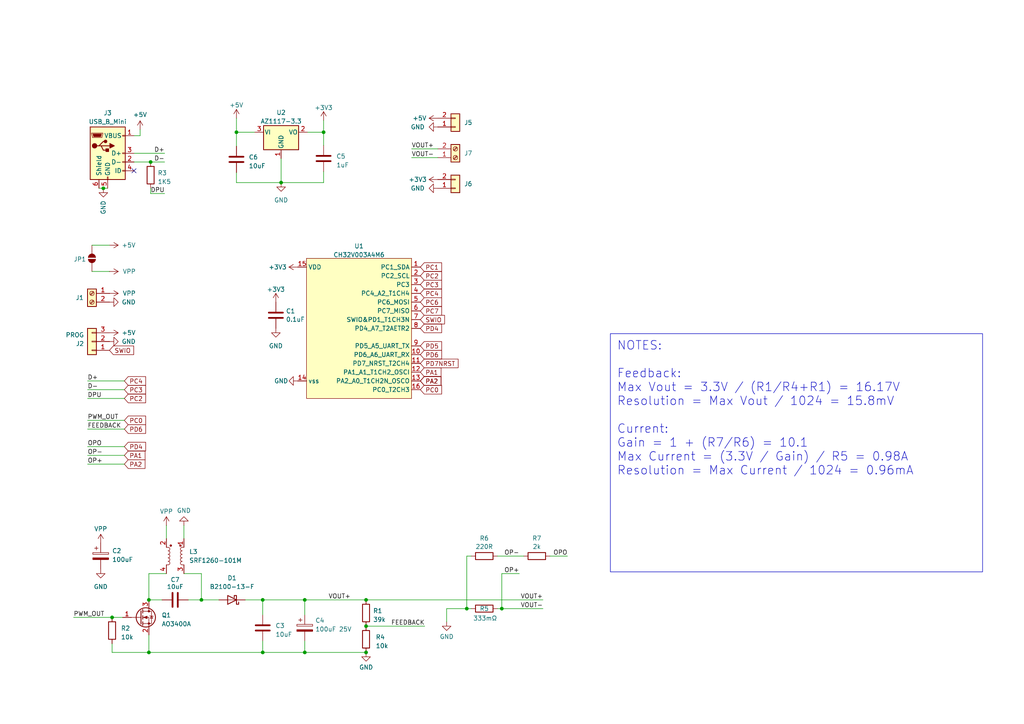
<source format=kicad_sch>
(kicad_sch (version 20231120) (generator "eeschema") (generator_version "8.0")
  (paper "A4")
  (lib_symbols
    (symbol "CH32V003:CH32V003a4m6"
      (property "Reference" "U" (at 0 20.32 0))
      (property "Value" "CH32V003a4m6" (at -8.89 -2.54 90))
      (symbol "CH32V003a4m6_1_1"
        (rectangle (start -15.24 17.78) (end 15.24 -22.86) (fill (type background)))
        (pin bidirectional line (at 17.78 15.24 180) (length 2.54) (name "PC1_SDA") (number "1"))
        (pin bidirectional line (at 17.78 -10.16 180) (length 2.54) (name "PD6_A6_UART_RX") (number "10"))
        (pin bidirectional line (at 17.78 -12.7 180) (length 2.54) (name "PD7_NRST_T2CH4") (number "11"))
        (pin bidirectional line (at 17.78 -15.24 180) (length 2.54) (name "PA1_A1_T1CH2_OSCI") (number "12"))
        (pin bidirectional line (at 17.78 -17.78 180) (length 2.54) (name "PA2_A0_T1CH2N_OSCO") (number "13"))
        (pin power_in line (at -17.78 -17.78 0) (length 2.54) (name "vss") (number "14"))
        (pin power_in line (at -17.78 15.24 0) (length 2.54) (name "VDD") (number "15"))
        (pin bidirectional line (at 17.78 -20.32 180) (length 2.54) (name "PC0_T2CH3") (number "16"))
        (pin bidirectional line (at 17.78 12.7 180) (length 2.54) (name "PC2_SCL") (number "2"))
        (pin bidirectional line (at 17.78 10.16 180) (length 2.54) (name "PC3") (number "3"))
        (pin bidirectional line (at 17.78 7.62 180) (length 2.54) (name "PC4_A2_T1CH4") (number "4"))
        (pin bidirectional line (at 17.78 5.08 180) (length 2.54) (name "PC6_MOSI") (number "5"))
        (pin bidirectional line (at 17.78 2.54 180) (length 2.54) (name "PC7_MISO") (number "6"))
        (pin bidirectional line (at 17.78 0 180) (length 2.54) (name "SWIO&PD1_T1CH3N") (number "7"))
        (pin bidirectional line (at 17.78 -2.54 180) (length 2.54) (name "PD4_A7_T2AETR2") (number "8"))
        (pin bidirectional line (at 17.78 -7.62 180) (length 2.54) (name "PD5_A5_UART_TX") (number "9"))
      )
    )
    (symbol "Connector:Screw_Terminal_01x02" (pin_names (offset 1.016) hide)
      (property "Reference" "J" (at 0 2.54 0))
      (property "Value" "Screw_Terminal_01x02" (at 0 -5.08 0))
      (symbol "Screw_Terminal_01x02_1_1"
        (rectangle (start -1.27 1.27) (end 1.27 -3.81) (stroke (width 0.254)) (fill (type background)))
        (circle (center 0 -2.54) (radius 0.635) (stroke (width 0.1524)))
        (polyline (pts (xy -0.5334 -2.2098) (xy 0.3302 -3.048)) (stroke (width 0.1524)))
        (polyline (pts (xy -0.5334 0.3302) (xy 0.3302 -0.508)) (stroke (width 0.1524)))
        (polyline (pts (xy -0.3556 -2.032) (xy 0.508 -2.8702)) (stroke (width 0.1524)))
        (polyline (pts (xy -0.3556 0.508) (xy 0.508 -0.3302)) (stroke (width 0.1524)))
        (circle (center 0 0) (radius 0.635) (stroke (width 0.1524)))
        (pin passive line (at -5.08 0 0) (length 3.81) (name "Pin_1") (number "1"))
        (pin passive line (at -5.08 -2.54 0) (length 3.81) (name "Pin_2") (number "2"))
      )
    )
    (symbol "Connector:USB_B_Mini" (pin_names (offset 1.016))
      (property "Reference" "J" (at -5.08 11.43 0))
      (property "Value" "USB_B_Mini" (at -5.08 8.89 0))
      (symbol "USB_B_Mini_0_1"
        (rectangle (start -5.08 -7.62) (end 5.08 7.62) (stroke (width 0.254)) (fill (type background)))
        (circle (center -3.81 2.159) (radius 0.635) (stroke (width 0.254)) (fill (type outline)))
        (circle (center -0.635 3.429) (radius 0.381) (stroke (width 0.254)) (fill (type outline)))
        (rectangle (start -0.127 -7.62) (end 0.127 -6.858))
        (polyline (pts (xy -1.905 2.159) (xy 0.635 2.159)) (stroke (width 0.254)))
        (polyline (pts (xy -3.175 2.159) (xy -2.54 2.159) (xy -1.27 3.429) (xy -0.635 3.429)) (stroke (width 0.254)))
        (polyline (pts (xy -2.54 2.159) (xy -1.905 2.159) (xy -1.27 0.889) (xy 0 0.889)) (stroke (width 0.254)))
        (polyline (pts (xy 0.635 2.794) (xy 0.635 1.524) (xy 1.905 2.159) (xy 0.635 2.794)) (stroke (width 0.254)) (fill (type outline)))
        (polyline (pts (xy -4.318 5.588) (xy -1.778 5.588) (xy -2.032 4.826) (xy -4.064 4.826) (xy -4.318 5.588)) (fill (type outline)))
        (polyline (pts (xy -4.699 5.842) (xy -4.699 5.588) (xy -4.445 4.826) (xy -4.445 4.572) (xy -1.651 4.572) (xy -1.651 4.826) (xy -1.397 5.588) (xy -1.397 5.842) (xy -4.699 5.842)))
        (rectangle (start 0.254 1.27) (end -0.508 0.508) (stroke (width 0.254)) (fill (type outline)))
        (rectangle (start 5.08 -5.207) (end 4.318 -4.953))
        (rectangle (start 5.08 -2.667) (end 4.318 -2.413))
        (rectangle (start 5.08 -0.127) (end 4.318 0.127))
        (rectangle (start 5.08 4.953) (end 4.318 5.207))
      )
      (symbol "USB_B_Mini_1_1"
        (pin power_out line (at 7.62 5.08 180) (length 2.54) (name "VBUS") (number "1"))
        (pin bidirectional line (at 7.62 -2.54 180) (length 2.54) (name "D-") (number "2"))
        (pin bidirectional line (at 7.62 0 180) (length 2.54) (name "D+") (number "3"))
        (pin passive line (at 7.62 -5.08 180) (length 2.54) (name "ID") (number "4"))
        (pin power_out line (at 0 -10.16 90) (length 2.54) (name "GND") (number "5"))
        (pin passive line (at -2.54 -10.16 90) (length 2.54) (name "Shield") (number "6"))
      )
    )
    (symbol "Connector_Generic:Conn_01x02" (pin_names (offset 1.016) hide)
      (property "Reference" "J" (at 0 2.54 0))
      (property "Value" "Conn_01x02" (at 0 -5.08 0))
      (symbol "Conn_01x02_1_1"
        (rectangle (start -1.27 -2.413) (end 0 -2.667) (stroke (width 0.1524)))
        (rectangle (start -1.27 0.127) (end 0 -0.127) (stroke (width 0.1524)))
        (rectangle (start -1.27 1.27) (end 1.27 -3.81) (stroke (width 0.254)) (fill (type background)))
        (pin passive line (at -5.08 0 0) (length 3.81) (name "Pin_1") (number "1"))
        (pin passive line (at -5.08 -2.54 0) (length 3.81) (name "Pin_2") (number "2"))
      )
    )
    (symbol "Connector_Generic:Conn_01x03" (pin_names (offset 1.016) hide)
      (property "Reference" "J" (at 0 5.08 0))
      (property "Value" "Conn_01x03" (at 0 -5.08 0))
      (symbol "Conn_01x03_1_1"
        (rectangle (start -1.27 -2.413) (end 0 -2.667) (stroke (width 0.1524)))
        (rectangle (start -1.27 0.127) (end 0 -0.127) (stroke (width 0.1524)))
        (rectangle (start -1.27 2.667) (end 0 2.413) (stroke (width 0.1524)))
        (rectangle (start -1.27 3.81) (end 1.27 -3.81) (stroke (width 0.254)) (fill (type background)))
        (pin passive line (at -5.08 2.54 0) (length 3.81) (name "Pin_1") (number "1"))
        (pin passive line (at -5.08 0 0) (length 3.81) (name "Pin_2") (number "2"))
        (pin passive line (at -5.08 -2.54 0) (length 3.81) (name "Pin_3") (number "3"))
      )
    )
    (symbol "Device:C" (pin_numbers hide) (pin_names (offset 0.254))
      (property "Reference" "C" (at 0.635 2.54 0))
      (property "Value" "C" (at 0.635 -2.54 0))
      (symbol "C_0_1"
        (polyline (pts (xy -2.032 -0.762) (xy 2.032 -0.762)) (stroke (width 0.508)))
        (polyline (pts (xy -2.032 0.762) (xy 2.032 0.762)) (stroke (width 0.508)))
      )
      (symbol "C_1_1"
        (pin passive line (at 0 3.81 270) (length 2.794) (name "~") (number "1"))
        (pin passive line (at 0 -3.81 90) (length 2.794) (name "~") (number "2"))
      )
    )
    (symbol "Device:C_Polarized" (pin_numbers hide) (pin_names (offset 0.254))
      (property "Reference" "C" (at 0.635 2.54 0))
      (property "Value" "C_Polarized" (at 0.635 -2.54 0))
      (symbol "C_Polarized_0_1"
        (rectangle (start -2.286 0.508) (end 2.286 1.016))
        (polyline (pts (xy -1.778 2.286) (xy -0.762 2.286)))
        (polyline (pts (xy -1.27 2.794) (xy -1.27 1.778)))
        (rectangle (start 2.286 -0.508) (end -2.286 -1.016) (fill (type outline)))
      )
      (symbol "C_Polarized_1_1"
        (pin passive line (at 0 3.81 270) (length 2.794) (name "~") (number "1"))
        (pin passive line (at 0 -3.81 90) (length 2.794) (name "~") (number "2"))
      )
    )
    (symbol "Device:D_Schottky" (pin_numbers hide) (pin_names (offset 1.016) hide)
      (property "Reference" "D" (at 0 2.54 0))
      (property "Value" "D_Schottky" (at 0 -2.54 0))
      (symbol "D_Schottky_0_1"
        (polyline (pts (xy 1.27 0) (xy -1.27 0)))
        (polyline (pts (xy 1.27 1.27) (xy 1.27 -1.27) (xy -1.27 0) (xy 1.27 1.27)) (stroke (width 0.254)))
        (polyline (pts (xy -1.905 0.635) (xy -1.905 1.27) (xy -1.27 1.27) (xy -1.27 -1.27) (xy -0.635 -1.27) (xy -0.635 -0.635)) (stroke (width 0.254)))
      )
      (symbol "D_Schottky_1_1"
        (pin passive line (at -3.81 0 0) (length 2.54) (name "K") (number "1"))
        (pin passive line (at 3.81 0 180) (length 2.54) (name "A") (number "2"))
      )
    )
    (symbol "Device:L_Coupled_1243" (pin_names (offset 0.254) hide)
      (property "Reference" "L3" (at -1.6511 -3.81 90))
      (property "Value" "SRF1260-101M" (at 0.8889 -3.81 90))
      (symbol "L_Coupled_1243_0_1"
        (circle (center -3.048 -1.524) (radius 0.254) (fill (type outline)))
        (circle (center -3.048 1.27) (radius 0.254) (fill (type outline)))
        (arc (start -2.54 2.032) (mid -2.032 1.5262) (end -1.524 2.032))
        (arc (start -1.524 -2.032) (mid -2.032 -1.5262) (end -2.54 -2.032))
        (arc (start -1.524 2.032) (mid -1.016 1.5262) (end -0.508 2.032))
        (arc (start -0.508 -2.032) (mid -1.016 -1.5262) (end -1.524 -2.032))
        (arc (start -0.508 2.032) (mid 0 1.5262) (end 0.508 2.032))
        (polyline (pts (xy -2.54 -2.032) (xy -2.54 -2.54)))
        (polyline (pts (xy -2.54 2.032) (xy -2.54 2.54)))
        (polyline (pts (xy 2.54 -2.54) (xy 2.54 -2.032)))
        (polyline (pts (xy 2.54 2.032) (xy 2.54 2.54)))
        (arc (start 0.508 -2.032) (mid 0 -1.5262) (end -0.508 -2.032))
        (arc (start 0.508 2.032) (mid 1.016 1.5262) (end 1.524 2.032))
        (arc (start 1.524 -2.032) (mid 1.016 -1.5262) (end 0.508 -2.032))
        (arc (start 1.524 2.032) (mid 2.032 1.5262) (end 2.54 2.032))
        (arc (start 2.54 -2.032) (mid 2.032 -1.5262) (end 1.524 -2.032))
      )
      (symbol "L_Coupled_1243_1_1"
        (pin passive line (at -5.08 -2.54 0) (length 2.54) (name "1") (number "1"))
        (pin passive line (at -5.08 2.54 0) (length 2.54) (name "2") (number "2"))
        (pin passive line (at 5.08 -2.54 180) (length 2.54) (name "3") (number "3"))
        (pin passive line (at 5.08 2.54 180) (length 2.54) (name "4") (number "4"))
      )
    )
    (symbol "Device:R" (pin_numbers hide) (pin_names (offset 0))
      (property "Reference" "R" (at 2.032 0 90))
      (property "Value" "R" (at 0 0 90))
      (symbol "R_0_1"
        (rectangle (start -1.016 -2.54) (end 1.016 2.54) (stroke (width 0.254)))
      )
      (symbol "R_1_1"
        (pin passive line (at 0 3.81 270) (length 1.27) (name "~") (number "1"))
        (pin passive line (at 0 -3.81 90) (length 1.27) (name "~") (number "2"))
      )
    )
    (symbol "Jumper:SolderJumper_2_Open" (pin_numbers hide) (pin_names (offset 0) hide) (exclude_from_sim yes) (in_bom no)
      (property "Reference" "JP" (at 0 2.032 0))
      (property "Value" "SolderJumper_2_Open" (at 0 -2.54 0))
      (symbol "SolderJumper_2_Open_0_1"
        (arc (start -0.254 1.016) (mid -1.2656 0) (end -0.254 -1.016))
        (arc (start -0.254 1.016) (mid -1.2656 0) (end -0.254 -1.016) (fill (type outline)))
        (polyline (pts (xy -0.254 1.016) (xy -0.254 -1.016)))
        (polyline (pts (xy 0.254 1.016) (xy 0.254 -1.016)))
        (arc (start 0.254 -1.016) (mid 1.2656 0) (end 0.254 1.016))
        (arc (start 0.254 -1.016) (mid 1.2656 0) (end 0.254 1.016) (fill (type outline)))
      )
      (symbol "SolderJumper_2_Open_1_1"
        (pin passive line (at -3.81 0 0) (length 2.54) (name "A") (number "1"))
        (pin passive line (at 3.81 0 180) (length 2.54) (name "B") (number "2"))
      )
    )
    (symbol "Regulator_Linear:AZ1117-3.3" (pin_names (offset 0.254))
      (property "Reference" "U" (at -3.81 3.175 0))
      (property "Value" "AZ1117-3.3" (at 0 3.175 0))
      (symbol "AZ1117-3.3_0_1"
        (rectangle (start -5.08 1.905) (end 5.08 -5.08) (stroke (width 0.254)) (fill (type background)))
      )
      (symbol "AZ1117-3.3_1_1"
        (pin power_in line (at 0 -7.62 90) (length 2.54) (name "GND") (number "1"))
        (pin power_out line (at 7.62 0 180) (length 2.54) (name "VO") (number "2"))
        (pin power_in line (at -7.62 0 0) (length 2.54) (name "VI") (number "3"))
      )
    )
    (symbol "Transistor_FET:AO3400A" (pin_names hide)
      (property "Reference" "Q" (at 5.08 1.905 0))
      (property "Value" "AO3400A" (at 5.08 0 0))
      (symbol "AO3400A_0_1"
        (polyline (pts (xy 0.254 0) (xy -2.54 0)))
        (polyline (pts (xy 0.254 1.905) (xy 0.254 -1.905)) (stroke (width 0.254)))
        (polyline (pts (xy 0.762 -1.27) (xy 0.762 -2.286)) (stroke (width 0.254)))
        (polyline (pts (xy 0.762 0.508) (xy 0.762 -0.508)) (stroke (width 0.254)))
        (polyline (pts (xy 0.762 2.286) (xy 0.762 1.27)) (stroke (width 0.254)))
        (polyline (pts (xy 2.54 2.54) (xy 2.54 1.778)))
        (polyline (pts (xy 2.54 -2.54) (xy 2.54 0) (xy 0.762 0)))
        (polyline (pts (xy 0.762 -1.778) (xy 3.302 -1.778) (xy 3.302 1.778) (xy 0.762 1.778)))
        (polyline (pts (xy 1.016 0) (xy 2.032 0.381) (xy 2.032 -0.381) (xy 1.016 0)) (fill (type outline)))
        (polyline (pts (xy 2.794 0.508) (xy 2.921 0.381) (xy 3.683 0.381) (xy 3.81 0.254)))
        (polyline (pts (xy 3.302 0.381) (xy 2.921 -0.254) (xy 3.683 -0.254) (xy 3.302 0.381)))
        (circle (center 1.651 0) (radius 2.794) (stroke (width 0.254)))
        (circle (center 2.54 -1.778) (radius 0.254) (fill (type outline)))
        (circle (center 2.54 1.778) (radius 0.254) (fill (type outline)))
      )
      (symbol "AO3400A_1_1"
        (pin input line (at -5.08 0 0) (length 2.54) (name "G") (number "1"))
        (pin passive line (at 2.54 -5.08 90) (length 2.54) (name "S") (number "2"))
        (pin passive line (at 2.54 5.08 270) (length 2.54) (name "D") (number "3"))
      )
    )
    (symbol "power:+3V3" (power) (pin_names (offset 0))
      (property "Value" "+3V3" (at 0 3.556 0))
      (symbol "+3V3_0_1"
        (polyline (pts (xy -0.762 1.27) (xy 0 2.54)))
        (polyline (pts (xy 0 0) (xy 0 2.54)))
        (polyline (pts (xy 0 2.54) (xy 0.762 1.27)))
      )
      (symbol "+3V3_1_1"
        (pin power_in line (at 0 0 90) (length 0) hide (name "+3V3") (number "1"))
      )
    )
    (symbol "power:+5V" (power) (pin_names (offset 0))
      (property "Value" "+5V" (at 0 3.556 0))
      (symbol "+5V_0_1"
        (polyline (pts (xy -0.762 1.27) (xy 0 2.54)))
        (polyline (pts (xy 0 0) (xy 0 2.54)))
        (polyline (pts (xy 0 2.54) (xy 0.762 1.27)))
      )
      (symbol "+5V_1_1"
        (pin power_in line (at 0 0 90) (length 0) hide (name "+5V") (number "1"))
      )
    )
    (symbol "power:GND" (power) (pin_names (offset 0))
      (property "Value" "GND" (at 0 -3.81 0))
      (symbol "GND_0_1"
        (polyline (pts (xy 0 0) (xy 0 -1.27) (xy 1.27 -1.27) (xy 0 -2.54) (xy -1.27 -1.27) (xy 0 -1.27)))
      )
      (symbol "GND_1_1"
        (pin power_in line (at 0 0 270) (length 0) hide (name "GND") (number "1"))
      )
    )
    (symbol "power:VPP" (power) (pin_numbers hide) (pin_names (offset 0) hide)
      (property "Value" "VPP" (at 0 3.556 0))
      (symbol "VPP_0_1"
        (polyline (pts (xy -0.762 1.27) (xy 0 2.54)))
        (polyline (pts (xy 0 0) (xy 0 2.54)))
        (polyline (pts (xy 0 2.54) (xy 0.762 1.27)))
      )
      (symbol "VPP_1_1"
        (pin power_in line (at 0 0 90) (length 0) (name "~") (number "1"))
      )
    )
  )
  (junction (at 81.534 52.959))
  (junction (at 88.392 173.99))
  (junction (at 43.18 173.99))
  (junction (at 106.172 181.61))
  (junction (at 76.2 173.99))
  (junction (at 145.542 176.53))
  (junction (at 58.42 173.99))
  (junction (at 93.853 38.354))
  (junction (at 43.18 189.23))
  (junction (at 43.688 46.99))
  (junction (at 32.512 179.07))
  (junction (at 106.172 173.99))
  (junction (at 76.2 189.23))
  (junction (at 135.382 176.53))
  (junction (at 88.392 189.23))
  (junction (at 29.972 54.61))
  (junction (at 106.172 189.23))
  (junction (at 68.58 38.354))
  (no_connect (at 38.862 49.53))
  (wire (pts (xy 88.392 173.99) (xy 106.172 173.99)))
  (wire (pts (xy 32.512 189.23) (xy 43.18 189.23)))
  (wire (pts (xy 43.688 46.99) (xy 38.862 46.99)))
  (wire (pts (xy 40.64 37.592) (xy 40.64 39.37)))
  (wire (pts (xy 32.512 186.69) (xy 32.512 189.23)))
  (wire (pts (xy 68.58 52.959) (xy 81.534 52.959)))
  (wire (pts (xy 25.4 129.54) (xy 36.068 129.54)))
  (wire (pts (xy 43.18 189.23) (xy 76.2 189.23)))
  (wire (pts (xy 76.2 185.928) (xy 76.2 189.23)))
  (wire (pts (xy 119.38 43.18) (xy 127 43.18)))
  (wire (pts (xy 25.4 110.49) (xy 36.068 110.49)))
  (wire (pts (xy 119.38 45.72) (xy 127 45.72)))
  (wire (pts (xy 159.512 161.29) (xy 164.592 161.29)))
  (wire (pts (xy 135.382 161.29) (xy 135.382 176.53)))
  (wire (pts (xy 25.4 124.46) (xy 36.068 124.46)))
  (wire (pts (xy 29.972 54.61) (xy 31.242 54.61)))
  (wire (pts (xy 68.58 42.418) (xy 68.58 38.354)))
  (wire (pts (xy 47.752 44.45) (xy 38.862 44.45)))
  (wire (pts (xy 28.702 54.61) (xy 29.972 54.61)))
  (wire (pts (xy 93.853 34.925) (xy 93.853 38.354)))
  (wire (pts (xy 135.382 176.53) (xy 136.652 176.53)))
  (wire (pts (xy 129.54 180.34) (xy 129.54 176.53)))
  (wire (pts (xy 43.18 166.37) (xy 43.18 173.99)))
  (wire (pts (xy 145.542 166.37) (xy 145.542 176.53)))
  (wire (pts (xy 43.688 56.134) (xy 47.752 56.134)))
  (wire (pts (xy 88.392 185.928) (xy 88.392 189.23)))
  (wire (pts (xy 68.58 34.29) (xy 68.58 38.354)))
  (wire (pts (xy 31.75 78.74) (xy 26.67 78.74)))
  (wire (pts (xy 81.534 52.959) (xy 93.853 52.959)))
  (wire (pts (xy 93.853 38.354) (xy 89.154 38.354)))
  (wire (pts (xy 88.392 173.99) (xy 88.392 178.308)))
  (wire (pts (xy 71.12 173.99) (xy 76.2 173.99)))
  (wire (pts (xy 43.688 56.134) (xy 43.688 54.61)))
  (wire (pts (xy 129.54 176.53) (xy 135.382 176.53)))
  (wire (pts (xy 21.336 179.07) (xy 32.512 179.07)))
  (wire (pts (xy 88.392 189.23) (xy 106.172 189.23)))
  (wire (pts (xy 68.58 38.354) (xy 73.914 38.354)))
  (wire (pts (xy 144.272 176.53) (xy 145.542 176.53)))
  (wire (pts (xy 81.534 52.959) (xy 81.534 45.974)))
  (wire (pts (xy 93.853 42.164) (xy 93.853 38.354)))
  (wire (pts (xy 54.61 173.99) (xy 58.42 173.99)))
  (wire (pts (xy 40.64 39.37) (xy 38.862 39.37)))
  (wire (pts (xy 47.752 46.99) (xy 43.688 46.99)))
  (wire (pts (xy 68.58 52.959) (xy 68.58 50.038)))
  (wire (pts (xy 145.542 176.53) (xy 157.48 176.53)))
  (wire (pts (xy 76.2 189.23) (xy 88.392 189.23)))
  (wire (pts (xy 25.4 113.03) (xy 36.068 113.03)))
  (wire (pts (xy 58.42 173.99) (xy 63.5 173.99)))
  (wire (pts (xy 43.18 173.99) (xy 46.99 173.99)))
  (wire (pts (xy 76.2 173.99) (xy 88.392 173.99)))
  (wire (pts (xy 25.4 115.57) (xy 36.068 115.57)))
  (wire (pts (xy 58.42 166.37) (xy 58.42 173.99)))
  (wire (pts (xy 25.4 132.08) (xy 36.068 132.08)))
  (wire (pts (xy 31.75 71.12) (xy 26.67 71.12)))
  (wire (pts (xy 145.542 166.37) (xy 150.622 166.37)))
  (wire (pts (xy 32.512 179.07) (xy 35.56 179.07)))
  (wire (pts (xy 25.4 121.92) (xy 36.068 121.92)))
  (wire (pts (xy 53.34 152.4) (xy 53.34 156.21)))
  (wire (pts (xy 43.18 166.37) (xy 48.26 166.37)))
  (wire (pts (xy 43.18 184.15) (xy 43.18 189.23)))
  (wire (pts (xy 93.853 52.959) (xy 93.853 49.784)))
  (wire (pts (xy 53.34 166.37) (xy 58.42 166.37)))
  (wire (pts (xy 106.172 181.61) (xy 123.19 181.61)))
  (wire (pts (xy 135.382 161.29) (xy 136.652 161.29)))
  (wire (pts (xy 25.4 134.62) (xy 36.068 134.62)))
  (wire (pts (xy 106.172 173.99) (xy 157.48 173.99)))
  (wire (pts (xy 48.26 152.4) (xy 48.26 156.21)))
  (wire (pts (xy 76.2 173.99) (xy 76.2 178.308)))
  (wire (pts (xy 144.272 161.29) (xy 151.892 161.29)))
  (text_box "NOTES:\n\nFeedback:\nMax Vout = 3.3V / (R1/R4+R1) = 16.17V\nResolution = Max Vout / 1024 = 15.8mV\n\nCurrent:\nGain = 1 + (R7/R6) = 10.1\nMax Current = (3.3V / Gain) / R5 = 0.98A\nResolution = Max Current / 1024 = 0.96mA" (at 177.038 96.774 0) (size 107.95 69.088) (effects (font (size 2.5 2.5)) (justify left top)))
  (label "OP-" (at 25.4 132.08 0))
  (label "PWM_OUT" (at 25.4 121.92 0))
  (label "PWM_OUT" (at 21.336 179.07 0))
  (label "D-" (at 47.752 46.99 180))
  (label "DPU" (at 25.4 115.57 0))
  (label "OP+" (at 150.622 166.37 180))
  (label "D+" (at 47.752 44.45 180))
  (label "VOUT+" (at 95.25 173.99 0))
  (label "OPO" (at 164.592 161.29 180))
  (label "FEEDBACK" (at 123.19 181.61 180))
  (label "OPO" (at 25.4 129.54 0))
  (label "D-" (at 25.4 113.03 0))
  (label "OP+" (at 25.4 134.62 0))
  (label "D+" (at 25.4 110.49 0))
  (label "VOUT+" (at 157.48 173.99 180))
  (label "OP-" (at 150.622 161.29 180))
  (label "VOUT+" (at 119.38 43.18 0))
  (label "DPU" (at 47.752 56.134 180))
  (label "VOUT-" (at 119.38 45.72 0))
  (label "VOUT-" (at 157.48 176.53 180))
  (label "FEEDBACK" (at 25.4 124.46 0))
  (global_label "PD4" (shape input) (at 36.068 129.54 0) (property "Intersheetrefs" "${INTERSHEET_REFS}" (effects (hide yes))))
  (global_label "PD6" (shape input) (at 121.92 102.87 0) (property "Intersheetrefs" "${INTERSHEET_REFS}" (effects (hide yes))))
  (global_label "SWIO" (shape input) (at 121.92 92.71 0) (property "Intersheetrefs" "${INTERSHEET_REFS}" (effects (hide yes))))
  (global_label "PA2" (shape input) (at 121.92 110.49 0) (property "Intersheetrefs" "${INTERSHEET_REFS}" (effects (hide yes))))
  (global_label "PC3" (shape input) (at 36.068 113.03 0) (property "Intersheetrefs" "${INTERSHEET_REFS}" (effects (hide yes))))
  (global_label "PA1" (shape input) (at 121.92 107.95 0) (property "Intersheetrefs" "${INTERSHEET_REFS}" (effects (hide yes))))
  (global_label "PC2" (shape input) (at 36.068 115.57 0) (property "Intersheetrefs" "${INTERSHEET_REFS}" (effects (hide yes))))
  (global_label "PD7NRST" (shape input) (at 121.92 105.41 0) (property "Intersheetrefs" "${INTERSHEET_REFS}" (effects (hide yes))))
  (global_label "PA2" (shape input) (at 36.068 134.62 0) (property "Intersheetrefs" "${INTERSHEET_REFS}" (effects (hide yes))))
  (global_label "PC4" (shape input) (at 36.068 110.49 0) (property "Intersheetrefs" "${INTERSHEET_REFS}" (effects (hide yes))))
  (global_label "PA2" (shape input) (at 121.92 110.49 0) (property "Intersheetrefs" "${INTERSHEET_REFS}" (effects (hide yes))))
  (global_label "PD4" (shape input) (at 121.92 95.25 0) (property "Intersheetrefs" "${INTERSHEET_REFS}" (effects (hide yes))))
  (global_label "PD6" (shape input) (at 36.068 124.46 0) (property "Intersheetrefs" "${INTERSHEET_REFS}" (effects (hide yes))))
  (global_label "SWIO" (shape input) (at 31.75 101.6 0) (property "Intersheetrefs" "${INTERSHEET_REFS}" (effects (hide yes))))
  (global_label "PC0" (shape input) (at 121.92 113.03 0) (property "Intersheetrefs" "${INTERSHEET_REFS}" (effects (hide yes))))
  (global_label "PC7" (shape input) (at 121.92 90.17 0) (property "Intersheetrefs" "${INTERSHEET_REFS}" (effects (hide yes))))
  (global_label "PC2" (shape input) (at 121.92 80.01 0) (property "Intersheetrefs" "${INTERSHEET_REFS}" (effects (hide yes))))
  (global_label "PD5" (shape input) (at 121.92 100.33 0) (property "Intersheetrefs" "${INTERSHEET_REFS}" (effects (hide yes))))
  (global_label "PC0" (shape input) (at 36.068 121.92 0) (property "Intersheetrefs" "${INTERSHEET_REFS}" (effects (hide yes))))
  (global_label "PC3" (shape input) (at 121.92 82.55 0) (property "Intersheetrefs" "${INTERSHEET_REFS}" (effects (hide yes))))
  (global_label "PC1" (shape input) (at 121.92 77.47 0) (property "Intersheetrefs" "${INTERSHEET_REFS}" (effects (hide yes))))
  (global_label "PA1" (shape input) (at 36.068 132.08 0) (property "Intersheetrefs" "${INTERSHEET_REFS}" (effects (hide yes))))
  (global_label "PC4" (shape input) (at 121.92 85.09 0) (property "Intersheetrefs" "${INTERSHEET_REFS}" (effects (hide yes))))
  (global_label "PC6" (shape input) (at 121.92 87.63 0) (property "Intersheetrefs" "${INTERSHEET_REFS}" (effects (hide yes))))
  (symbol (lib_id "Connector:Screw_Terminal_01x02") (at 132.08 45.72 0) (mirror x) (unit 1)
    (property "Reference" "J7" (at 134.62 44.4501 0) (effects (justify left)))
    (property "Value" "Screw_Terminal_01x02" (effects (hide yes)))
    (property "Footprint" "TerminalBlock_Phoenix:TerminalBlock_Phoenix_MKDS-1,5-2-5.08_1x02_P5.08mm_Horizontal" (effects (hide yes)))
    (property "Description" "Generic screw terminal, single row, 01x02, script generated (kicad-library-utils/schlib/autogen/connector/)" (effects (hide yes)))
  )
  (symbol (lib_id "power:+5V") (at 68.58 34.29 0) (unit 1)
    (property "Reference" "#PWR010" (effects (hide yes)))
    (property "Value" "+5V" (at 70.612 30.48 0) (effects (justify right)))
  )
  (symbol (lib_id "Device:R") (at 106.172 177.8 0) (unit 1)
    (property "Reference" "R1" (at 108.204 177.165 0) (effects (justify left)))
    (property "Value" "39k" (at 108.204 179.705 0) (effects (justify left)))
    (property "Footprint" "Resistor_SMD:R_0603_1608Metric_Pad0.98x0.95mm_HandSolder" (effects (hide yes)))
  )
  (symbol (lib_id "power:+3V3") (at 80.01 87.63 0) (unit 1)
    (property "Reference" "#PWR04" (effects (hide yes)))
    (property "Value" "+3V3" (at 80.01 83.947 0))
  )
  (symbol (lib_id "power:GND") (at 86.36 110.49 270) (unit 1)
    (property "Reference" "#PWR08" (effects (hide yes)))
    (property "Value" "GND" (at 79.502 110.49 90) (effects (justify left)))
  )
  (symbol (lib_id "power:GND") (at 106.172 189.23 0) (unit 1)
    (property "Reference" "#PWR014" (effects (hide yes)))
    (property "Value" "GND" (at 104.14 193.548 0) (effects (justify left)))
  )
  (symbol (lib_id "power:VPP") (at 31.75 85.09 270) (unit 1)
    (property "Reference" "#PWR012" (effects (hide yes)))
    (property "Value" "VPP" (at 35.56 85.0899 90) (effects (justify left)))
    (property "Description" "Power symbol creates a global label with name \"VPP\"" (effects (hide yes)))
  )
  (symbol (lib_id "power:VPP") (at 48.26 152.4 0) (unit 1)
    (property "Reference" "#PWR011" (effects (hide yes)))
    (property "Value" "VPP" (at 48.26 148.336 0))
    (property "Description" "Power symbol creates a global label with name \"VPP\"" (effects (hide yes)))
  )
  (symbol (lib_id "Connector:Screw_Terminal_01x02") (at 26.67 85.09 0) (mirror y) (unit 1)
    (property "Reference" "J1" (at 23.114 86.36 0))
    (property "Value" "Screw_Terminal_01x02" (effects (hide yes)))
    (property "Footprint" "TerminalBlock_Phoenix:TerminalBlock_Phoenix_MKDS-1,5-2-5.08_1x02_P5.08mm_Horizontal" (effects (hide yes)))
  )
  (symbol (lib_id "Device:R") (at 140.462 161.29 90) (unit 1)
    (property "Reference" "R6" (at 140.462 156.1295 90))
    (property "Value" "220R" (at 140.462 158.5538 90))
    (property "Footprint" "Resistor_SMD:R_0603_1608Metric_Pad0.98x0.95mm_HandSolder" (effects (hide yes)))
  )
  (symbol (lib_id "power:GND") (at 80.01 95.25 0) (unit 1)
    (property "Reference" "#PWR07" (effects (hide yes)))
    (property "Value" "GND" (at 80.01 100.33 0))
  )
  (symbol (lib_id "Connector_Generic:Conn_01x02") (at 132.08 36.83 0) (mirror x) (unit 1)
    (property "Reference" "J5" (at 134.62 35.5601 0) (effects (justify left)))
    (property "Value" "Conn_01x02" (effects (hide yes)))
    (property "Footprint" "Connector_PinSocket_2.54mm:PinSocket_1x02_P2.54mm_Vertical" (effects (hide yes)))
    (property "Description" "Generic connector, single row, 01x02, script generated (kicad-library-utils/schlib/autogen/connector/)" (effects (hide yes)))
  )
  (symbol (lib_id "power:+5V") (at 127 34.29 90) (unit 1)
    (property "Reference" "#PWR020" (effects (hide yes)))
    (property "Value" "+5V" (at 119.634 34.29 90) (effects (justify right)))
  )
  (symbol (lib_id "power:+3V3") (at 93.853 34.925 0) (unit 1)
    (property "Reference" "#PWR015" (effects (hide yes)))
    (property "Value" "+3V3" (at 93.853 31.242 0))
  )
  (symbol (lib_id "Device:C") (at 50.8 173.99 90) (unit 1)
    (property "Reference" "C7" (at 50.8 168.148 90))
    (property "Value" "10uF" (at 50.8 170.18 90))
    (property "Footprint" "Capacitor_SMD:C_0805_2012Metric_Pad1.18x1.45mm_HandSolder" (effects (hide yes)))
  )
  (symbol (lib_id "power:GND") (at 29.972 54.61 0) (unit 1)
    (property "Reference" "#PWR016" (effects (hide yes)))
    (property "Value" "GND" (at 29.972 62.23 90) (effects (justify left)))
  )
  (symbol (lib_id "Device:R") (at 106.172 185.42 0) (unit 1)
    (property "Reference" "R4" (at 108.966 184.785 0) (effects (justify left)))
    (property "Value" "10k" (at 108.966 187.325 0) (effects (justify left)))
    (property "Footprint" "Resistor_SMD:R_0603_1608Metric_Pad0.98x0.95mm_HandSolder" (effects (hide yes)))
  )
  (symbol (lib_id "Device:C") (at 93.853 45.974 0) (unit 1)
    (property "Reference" "C5" (at 97.536 45.339 0) (effects (justify left)))
    (property "Value" "1uF" (at 97.536 47.879 0) (effects (justify left)))
    (property "Footprint" "Capacitor_SMD:C_0805_2012Metric_Pad1.18x1.45mm_HandSolder" (effects (hide yes)))
  )
  (symbol (lib_id "Transistor_FET:AO3400A") (at 40.64 179.07 0) (unit 1)
    (property "Reference" "Q1" (at 46.863 178.435 0) (effects (justify left)))
    (property "Value" "AO3400A" (at 46.863 180.975 0) (effects (justify left)))
    (property "Footprint" "Package_TO_SOT_SMD:SOT-23" (effects (hide yes)))
    (property "Datasheet" "http://www.aosmd.com/pdfs/datasheet/AO3400A.pdf" (effects (hide yes)))
  )
  (symbol (lib_id "power:GND") (at 127 36.83 270) (unit 1)
    (property "Reference" "#PWR022" (effects (hide yes)))
    (property "Value" "GND" (at 123.19 36.8299 90) (effects (justify right)))
  )
  (symbol (lib_id "Device:L_Coupled_1243") (at 50.8 161.29 90) (mirror x) (unit 1)
    (property "Reference" "L3" (at 54.864 160.02 90) (effects (justify right)))
    (property "Value" "SRF1260-101M" (at 54.864 162.56 90) (effects (justify right)))
    (property "Footprint" "Inductor_SMD:L_Bourns_SRF1260" (effects (hide yes)))
    (property "Datasheet" "https://docs.rs-online.com/30c0/0900766b8114d550.pdf" (effects (hide yes)))
    (property "Description" "Coupled inductor" (effects (hide yes)))
  )
  (symbol (lib_id "power:VPP") (at 29.21 157.48 0) (unit 1)
    (property "Reference" "#PWR024" (effects (hide yes)))
    (property "Value" "VPP" (at 29.21 153.416 0))
    (property "Description" "Power symbol creates a global label with name \"VPP\"" (effects (hide yes)))
  )
  (symbol (lib_id "Device:C") (at 68.58 46.228 0) (unit 1)
    (property "Reference" "C6" (at 72.136 45.593 0) (effects (justify left)))
    (property "Value" "10uF" (at 72.136 48.133 0) (effects (justify left)))
    (property "Footprint" "Capacitor_SMD:C_0805_2012Metric_Pad1.18x1.45mm_HandSolder" (effects (hide yes)))
  )
  (symbol (lib_id "Connector_Generic:Conn_01x02") (at 132.08 54.61 0) (mirror x) (unit 1)
    (property "Reference" "J6" (at 134.62 53.3401 0) (effects (justify left)))
    (property "Value" "Conn_01x02" (effects (hide yes)))
    (property "Footprint" "Connector_PinSocket_2.54mm:PinSocket_1x02_P2.54mm_Vertical" (effects (hide yes)))
    (property "Description" "Generic connector, single row, 01x02, script generated (kicad-library-utils/schlib/autogen/connector/)" (effects (hide yes)))
  )
  (symbol (lib_id "power:VPP") (at 31.75 78.74 270) (unit 1)
    (property "Reference" "#PWR02" (effects (hide yes)))
    (property "Value" "VPP" (at 35.56 78.7399 90) (effects (justify left)))
    (property "Description" "Power symbol creates a global label with name \"VPP\"" (effects (hide yes)))
  )
  (symbol (lib_id "Connector:USB_B_Mini") (at 31.242 44.45 0) (unit 1)
    (property "Reference" "J3" (at 31.242 32.766 0))
    (property "Value" "USB_B_Mini" (at 31.242 35.306 0))
    (property "Footprint" "Connector_USB:USB_Mini-B_Lumberg_2486_01_Horizontal" (effects (hide yes)))
  )
  (symbol (lib_id "power:+3V3") (at 86.36 77.47 90) (unit 1)
    (property "Reference" "#PWR01" (effects (hide yes)))
    (property "Value" "+3V3" (at 80.518 77.47 90))
  )
  (symbol (lib_id "power:GND") (at 53.34 152.4 180) (unit 1)
    (property "Reference" "#PWR023" (effects (hide yes)))
    (property "Value" "GND" (at 55.372 148.082 0) (effects (justify left)))
  )
  (symbol (lib_id "Device:C") (at 76.2 182.118 0) (unit 1)
    (property "Reference" "C3" (at 79.883 181.483 0) (effects (justify left)))
    (property "Value" "10uF" (at 79.883 184.023 0) (effects (justify left)))
    (property "Footprint" "Capacitor_SMD:C_0805_2012Metric_Pad1.18x1.45mm_HandSolder" (effects (hide yes)))
  )
  (symbol (lib_id "Regulator_Linear:AZ1117-3.3") (at 81.534 38.354 0) (unit 1)
    (property "Reference" "U2" (at 81.534 32.639 0))
    (property "Value" "AZ1117-3.3" (at 81.534 35.179 0))
    (property "Footprint" "Package_TO_SOT_SMD:SOT-223-3_TabPin2" (effects (hide yes)))
    (property "Datasheet" "https://www.diodes.com/assets/Datasheets/AZ1117.pdf" (effects (hide yes)))
  )
  (symbol (lib_id "Device:D_Schottky") (at 67.31 173.99 180) (unit 1)
    (property "Reference" "D1" (at 67.31 167.64 0))
    (property "Value" "B2100-13-F" (at 67.31 170.18 0))
    (property "Footprint" "Diode_SMD:D_SMB_Handsoldering" (effects (hide yes)))
    (property "Datasheet" "https://www.mouser.co.uk/datasheet/2/115/ds30021-3214658.pdf" (effects (hide yes)))
    (property "Alternative" "B360AF-13" (effects (hide yes)))
  )
  (symbol (lib_id "power:GND") (at 31.75 87.63 90) (unit 1)
    (property "Reference" "#PWR03" (effects (hide yes)))
    (property "Value" "GND" (at 39.37 87.63 90) (effects (justify left)))
  )
  (symbol (lib_id "power:+5V") (at 31.75 96.52 270) (unit 1)
    (property "Reference" "#PWR05" (effects (hide yes)))
    (property "Value" "+5V" (at 39.37 96.52 90) (effects (justify right)))
  )
  (symbol (lib_id "Jumper:SolderJumper_2_Open") (at 26.67 74.93 90) (unit 1) (exclude_from_sim yes) (in_bom no)
    (property "Reference" "JP1" (at 21.336 75.184 90) (effects (justify right)))
    (property "Value" "SolderJumper_2_Open" (effects (hide yes)))
    (property "Footprint" "Jumper:SolderJumper-2_P1.3mm_Open_RoundedPad1.0x1.5mm" (effects (hide yes)))
    (property "Description" "Solder Jumper, 2-pole, open" (effects (hide yes)))
  )
  (symbol (lib_id "Device:R") (at 32.512 182.88 0) (unit 1)
    (property "Reference" "R2" (at 35.052 182.245 0) (effects (justify left)))
    (property "Value" "10k" (at 35.052 184.785 0) (effects (justify left)))
    (property "Footprint" "Resistor_SMD:R_0603_1608Metric_Pad0.98x0.95mm_HandSolder" (effects (hide yes)))
  )
  (symbol (lib_id "Device:C_Polarized") (at 88.392 182.118 0) (unit 1)
    (property "Reference" "C4" (at 91.44 179.9589 0) (effects (justify left)))
    (property "Value" "100uF 25V" (at 91.44 182.4989 0) (effects (justify left)))
    (property "Footprint" "Capacitor_THT:CP_Radial_D6.3mm_P2.50mm" (effects (hide yes)))
  )
  (symbol (lib_id "power:GND") (at 129.54 180.34 0) (unit 1)
    (property "Reference" "#PWR018" (effects (hide yes)))
    (property "Value" "GND" (at 127.508 184.658 0) (effects (justify left)))
  )
  (symbol (lib_id "power:GND") (at 81.534 52.959 0) (unit 1)
    (property "Reference" "#PWR017" (effects (hide yes)))
    (property "Value" "GND" (at 81.534 58.039 0))
  )
  (symbol (lib_id "power:+3V3") (at 127 52.07 90) (unit 1)
    (property "Reference" "#PWR019" (effects (hide yes)))
    (property "Value" "+3V3" (at 121.158 52.07 90))
  )
  (symbol (lib_id "Device:R") (at 155.702 161.29 90) (unit 1)
    (property "Reference" "R7" (at 155.702 156.1295 90))
    (property "Value" "2k" (at 155.702 158.5538 90))
    (property "Footprint" "Resistor_SMD:R_0603_1608Metric_Pad0.98x0.95mm_HandSolder" (effects (hide yes)))
  )
  (symbol (lib_id "CH32V003:CH32V003a4m6") (at 104.14 92.71 0) (unit 1)
    (property "Reference" "U1" (at 104.14 71.374 0))
    (property "Value" "CH32V003A4M6" (at 104.14 73.914 0))
    (property "Footprint" "Package_SO:SO-16_3.9x9.9mm_P1.27mm" (effects (hide yes)))
    (property "Datasheet" "https://github.com/cnlohr/ch32v003fun" (effects (hide yes)))
  )
  (symbol (lib_id "power:+5V") (at 31.75 71.12 270) (unit 1)
    (property "Reference" "#PWR025" (effects (hide yes)))
    (property "Value" "+5V" (at 39.37 71.12 90) (effects (justify right)))
  )
  (symbol (lib_id "Device:R") (at 140.462 176.53 270) (unit 1)
    (property "Reference" "R5" (at 140.462 176.53 90))
    (property "Value" "333mΩ" (at 140.716 179.324 90))
    (property "Footprint" "Resistor_SMD:R_1210_3225Metric_Pad1.30x2.65mm_HandSolder" (effects (hide yes)))
  )
  (symbol (lib_id "power:GND") (at 29.21 165.1 0) (unit 1)
    (property "Reference" "#PWR013" (effects (hide yes)))
    (property "Value" "GND" (at 29.21 170.18 0))
  )
  (symbol (lib_id "power:GND") (at 127 54.61 270) (unit 1)
    (property "Reference" "#PWR021" (effects (hide yes)))
    (property "Value" "GND" (at 123.19 54.6099 90) (effects (justify right)))
  )
  (symbol (lib_id "power:GND") (at 31.75 99.06 90) (unit 1)
    (property "Reference" "#PWR06" (effects (hide yes)))
    (property "Value" "GND" (at 39.37 99.06 90) (effects (justify left)))
  )
  (symbol (lib_id "power:+5V") (at 40.64 37.592 0) (unit 1)
    (property "Reference" "#PWR09" (effects (hide yes)))
    (property "Value" "+5V" (at 42.672 33.274 0) (effects (justify right)))
  )
  (symbol (lib_id "Device:C") (at 80.01 91.44 0) (unit 1)
    (property "Reference" "C1" (at 82.931 90.2279 0) (effects (justify left)))
    (property "Value" "0.1uF" (at 82.931 92.6521 0) (effects (justify left)))
    (property "Footprint" "Capacitor_SMD:C_0603_1608Metric_Pad1.08x0.95mm_HandSolder" (effects (hide yes)))
  )
  (symbol (lib_id "Connector_Generic:Conn_01x03") (at 26.67 99.06 180) (unit 1)
    (property "Reference" "J2" (at 24.384 99.695 0) (effects (justify left)))
    (property "Value" "PROG" (at 24.384 97.155 0) (effects (justify left)))
    (property "Footprint" "Connector_PinHeader_2.54mm:PinHeader_1x03_P2.54mm_Vertical" (effects (hide yes)))
  )
  (symbol (lib_id "Device:C_Polarized") (at 29.21 161.29 0) (unit 1)
    (property "Reference" "C2" (at 32.512 159.766 0) (effects (justify left)))
    (property "Value" "100uF" (at 32.512 162.306 0) (effects (justify left)))
    (property "Footprint" "Capacitor_THT:CP_Radial_D6.3mm_P2.50mm" (effects (hide yes)))
  )
  (symbol (lib_id "Device:R") (at 43.688 50.8 180) (unit 1)
    (property "Reference" "R3" (at 45.72 50.165 0) (effects (justify right)))
    (property "Value" "1K5" (at 45.72 52.705 0) (effects (justify right)))
    (property "Footprint" "Resistor_SMD:R_0805_2012Metric_Pad1.20x1.40mm_HandSolder" (effects (hide yes)))
  )
)
</source>
